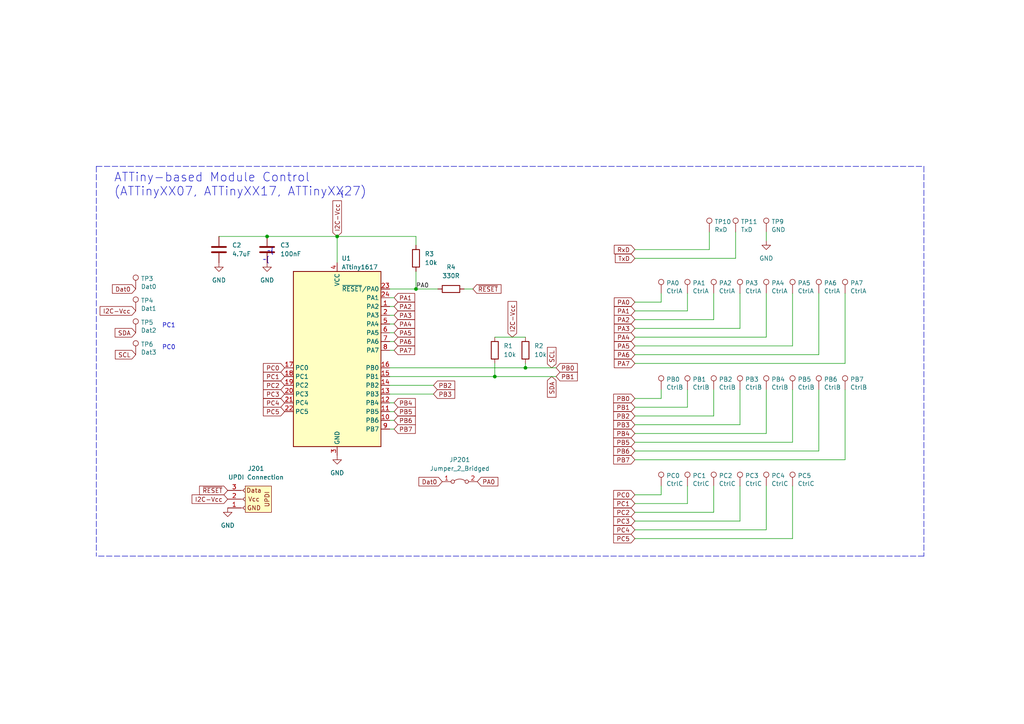
<source format=kicad_sch>
(kicad_sch (version 20211123) (generator eeschema)
  (paper "A4")
  (title_block (title "Benchtop Modular Power Strip") (date "2024-04-15") (rev "0.4.0") (company "S. A. Miller") (comment 1 "Prototype Module") (comment 2 "Blank"))
  (lib_symbols
    (symbol "Connector:TestPoint" (pin_numbers hide) (pin_names (offset 0.762) hide)
      (property "Reference" "TP" (at 0 6.858 0))
      (property "Value" "TestPoint" (at 0 5.08 0))
      (symbol "TestPoint_0_1"
        (circle (center 0 3.302) (radius 0.762))
      )
      (symbol "TestPoint_1_1"
        (pin passive line (at 0 0 90) (length 2.54) (name "1") (number "1"))
      )
    )
    (symbol "Device:C" (pin_numbers hide) (pin_names (offset 0.254))
      (property "Reference" "C" (at 0.635 2.54 0))
      (property "Value" "C" (at 0.635 -2.54 0))
      (symbol "C_0_1"
        (polyline (pts (xy -2.032 -0.762) (xy 2.032 -0.762)) (stroke (width 0.508)))
        (polyline (pts (xy -2.032 0.762) (xy 2.032 0.762)) (stroke (width 0.508)))
      )
      (symbol "C_1_1"
        (pin passive line (at 0 3.81 270) (length 2.794) (name "~") (number "1"))
        (pin passive line (at 0 -3.81 90) (length 2.794) (name "~") (number "2"))
      )
    )
    (symbol "Device:R" (pin_numbers hide) (pin_names (offset 0))
      (property "Reference" "R" (at 2.032 0 90))
      (property "Value" "R" (at 0 0 90))
      (symbol "R_0_1"
        (rectangle (start -1.016 -2.54) (end 1.016 2.54) (stroke (width 0.254)))
      )
      (symbol "R_1_1"
        (pin passive line (at 0 3.81 270) (length 1.27) (name "~") (number "1"))
        (pin passive line (at 0 -3.81 90) (length 1.27) (name "~") (number "2"))
      )
    )
    (symbol "Jumper:Jumper_2_Bridged" (pin_names (offset 0) hide)
      (property "Reference" "JP" (at 0 1.905 0))
      (property "Value" "Jumper_2_Bridged" (at 0 -2.54 0))
      (symbol "Jumper_2_Bridged_0_0"
        (circle (center -2.032 0) (radius 0.508))
        (circle (center 2.032 0) (radius 0.508))
      )
      (symbol "Jumper_2_Bridged_0_1"
        (arc (start 1.524 0.254) (mid 0 0.762) (end -1.524 0.254))
      )
      (symbol "Jumper_2_Bridged_1_1"
        (pin passive line (at -5.08 0 0) (length 2.54) (name "A") (number "1"))
        (pin passive line (at 5.08 0 180) (length 2.54) (name "B") (number "2"))
      )
    )
    (symbol "MCU_Microchip_ATtiny:ATtiny817-M"
      (property "Reference" "U" (at -12.7 26.67 0))
      (property "Value" "ATtiny817-M" (at 2.54 -26.67 0))
      (symbol "ATtiny817-M_0_1"
        (rectangle (start -12.7 -25.4) (end 12.7 25.4) (stroke (width 0.254)) (fill (type background)))
      )
      (symbol "ATtiny817-M_1_1"
        (pin bidirectional line (at 15.24 15.24 180) (length 2.54) (name "PA2") (number "1"))
        (pin bidirectional line (at 15.24 -17.78 180) (length 2.54) (name "PB6") (number "10"))
        (pin bidirectional line (at 15.24 -15.24 180) (length 2.54) (name "PB5") (number "11"))
        (pin bidirectional line (at 15.24 -12.7 180) (length 2.54) (name "PB4") (number "12"))
        (pin bidirectional line (at 15.24 -10.16 180) (length 2.54) (name "PB3") (number "13"))
        (pin bidirectional line (at 15.24 -7.62 180) (length 2.54) (name "PB2") (number "14"))
        (pin bidirectional line (at 15.24 -5.08 180) (length 2.54) (name "PB1") (number "15"))
        (pin bidirectional line (at 15.24 -2.54 180) (length 2.54) (name "PB0") (number "16"))
        (pin bidirectional line (at -15.24 -2.54 0) (length 2.54) (name "PC0") (number "17"))
        (pin bidirectional line (at -15.24 -5.08 0) (length 2.54) (name "PC1") (number "18"))
        (pin bidirectional line (at -15.24 -7.62 0) (length 2.54) (name "PC2") (number "19"))
        (pin bidirectional line (at 15.24 12.7 180) (length 2.54) (name "PA3") (number "2"))
        (pin bidirectional line (at -15.24 -10.16 0) (length 2.54) (name "PC3") (number "20"))
        (pin bidirectional line (at -15.24 -12.7 0) (length 2.54) (name "PC4") (number "21"))
        (pin bidirectional line (at -15.24 -15.24 0) (length 2.54) (name "PC5") (number "22"))
        (pin bidirectional line (at 15.24 20.32 180) (length 2.54) (name "~{RESET}/PA0") (number "23"))
        (pin bidirectional line (at 15.24 17.78 180) (length 2.54) (name "PA1") (number "24"))
        (pin passive line (at 0 -27.94 90) (length 2.54) hide (name "GND") (number "25"))
        (pin power_in line (at 0 -27.94 90) (length 2.54) (name "GND") (number "3"))
        (pin power_in line (at 0 27.94 270) (length 2.54) (name "VCC") (number "4"))
        (pin bidirectional line (at 15.24 10.16 180) (length 2.54) (name "PA4") (number "5"))
        (pin bidirectional line (at 15.24 7.62 180) (length 2.54) (name "PA5") (number "6"))
        (pin bidirectional line (at 15.24 5.08 180) (length 2.54) (name "PA6") (number "7"))
        (pin bidirectional line (at 15.24 2.54 180) (length 2.54) (name "PA7") (number "8"))
        (pin bidirectional line (at 15.24 -20.32 180) (length 2.54) (name "PB7") (number "9"))
      )
    )
    (symbol "power:GND" (power) (pin_names (offset 0))
      (property "Value" "GND" (at 0 -3.81 0))
      (symbol "GND_0_1"
        (polyline (pts (xy 0 0) (xy 0 -1.27) (xy 1.27 -1.27) (xy 0 -2.54) (xy -1.27 -1.27) (xy 0 -1.27)))
      )
      (symbol "GND_1_1"
        (pin power_in line (at 0 0 270) (length 0) hide (name "GND") (number "1"))
      )
    )
    (symbol "tinker:UPDI Connection" (pin_names (offset 1.016) hide)
      (property "Reference" "J" (at 0 5.08 0))
      (property "Value" "UPDI Connection" (at 0 -5.08 0))
      (symbol "UPDI Connection_0_0"
        (text "Data" (at 2.54 -2.54 0) (effects (font (size 1.27 1.27))))
        (text "GND" (at 2.54 2.54 0) (effects (font (size 1.27 1.27))))
        (text "UPDI" (at 6.35 0 900) (effects (font (size 1.27 1.27))))
        (text "Vcc" (at 2.54 0 0) (effects (font (size 1.27 1.27))))
      )
      (symbol "UPDI Connection_0_1"
        (rectangle (start 7.62 3.81) (end 0 -3.81) (fill (type background)))
      )
      (symbol "UPDI Connection_1_1"
        (arc (start 0 -2.032) (mid -0.508 -2.54) (end 0 -3.048) (stroke (width 0.1524)))
        (polyline (pts (xy -1.27 -2.54) (xy -0.508 -2.54)) (stroke (width 0.1524)))
        (polyline (pts (xy -1.27 0) (xy -0.508 0)) (stroke (width 0.1524)))
        (polyline (pts (xy -1.27 2.54) (xy -0.508 2.54)) (stroke (width 0.1524)))
        (arc (start 0 0.508) (mid -0.508 0) (end 0 -0.508) (stroke (width 0.1524)))
        (arc (start 0 3.048) (mid -0.508 2.54) (end 0 2.032) (stroke (width 0.1524)))
        (pin power_in line (at -5.08 2.54 0) (length 3.81) (name "Pin_1") (number "1"))
        (pin power_in line (at -5.08 0 0) (length 3.81) (name "Pin_2") (number "2"))
        (pin bidirectional line (at -5.08 -2.54 0) (length 3.81) (name "Pin_3") (number "3"))
      )
    )
  )
  (junction (at 152.4 106.68))
  (junction (at 97.79 68.58))
  (junction (at 120.65 83.82))
  (junction (at 77.47 68.58))
  (junction (at 143.51 109.22))
  (wire (pts (xy 113.03 124.46) (xy 114.3 124.46)))
  (wire (pts (xy 207.01 140.97) (xy 207.01 148.59)))
  (wire (pts (xy 199.39 90.17) (xy 199.39 85.09)))
  (wire (pts (xy 184.15 87.63) (xy 191.77 87.63)))
  (wire (pts (xy 113.03 121.92) (xy 114.3 121.92)))
  (wire (pts (xy 113.03 114.3) (xy 125.73 114.3)))
  (wire (pts (xy 229.87 140.97) (xy 229.87 156.21)))
  (wire (pts (xy 191.77 87.63) (xy 191.77 85.09)))
  (wire (pts (xy 113.03 91.44) (xy 114.3 91.44)))
  (wire (pts (xy 237.49 130.81) (xy 237.49 113.03)))
  (wire (pts (xy 237.49 102.87) (xy 237.49 85.09)))
  (wire (pts (xy 229.87 100.33) (xy 229.87 85.09)))
  (wire (pts (xy 120.65 78.74) (xy 120.65 83.82)))
  (wire (pts (xy 113.03 99.06) (xy 114.3 99.06)))
  (wire (pts (xy 97.79 68.58) (xy 97.79 76.2)))
  (wire (pts (xy 143.51 105.41) (xy 143.51 109.22)))
  (wire (pts (xy 184.15 125.73) (xy 222.25 125.73)))
  (wire (pts (xy 184.15 92.71) (xy 207.01 92.71)))
  (wire (pts (xy 191.77 143.51) (xy 191.77 140.97)))
  (wire (pts (xy 113.03 111.76) (xy 125.73 111.76)))
  (wire (pts (xy 184.15 97.79) (xy 222.25 97.79)))
  (wire (pts (xy 205.74 72.39) (xy 205.74 67.31)))
  (wire (pts (xy 77.47 68.58) (xy 97.79 68.58)))
  (wire (pts (xy 222.25 69.85) (xy 222.25 67.31)))
  (wire (pts (xy 184.15 120.65) (xy 207.01 120.65)))
  (wire (pts (xy 113.03 86.36) (xy 114.3 86.36)))
  (wire (pts (xy 191.77 115.57) (xy 191.77 113.03)))
  (wire (pts (xy 113.03 93.98) (xy 114.3 93.98)))
  (wire (pts (xy 214.63 113.03) (xy 214.63 123.19)))
  (wire (pts (xy 152.4 106.68) (xy 113.03 106.68)))
  (wire (pts (xy 184.15 115.57) (xy 191.77 115.57)))
  (wire (pts (xy 113.03 96.52) (xy 114.3 96.52)))
  (wire (pts (xy 184.15 153.67) (xy 222.25 153.67)))
  (wire (pts (xy 113.03 119.38) (xy 114.3 119.38)))
  (wire (pts (xy 184.15 74.93) (xy 213.36 74.93)))
  (wire (pts (xy 184.15 146.05) (xy 199.39 146.05)))
  (wire (pts (xy 113.03 83.82) (xy 120.65 83.82)))
  (wire (pts (xy 184.15 102.87) (xy 237.49 102.87)))
  (wire (pts (xy 184.15 156.21) (xy 229.87 156.21)))
  (wire (pts (xy 63.5 68.58) (xy 77.47 68.58)))
  (wire (pts (xy 184.15 118.11) (xy 199.39 118.11)))
  (wire (pts (xy 199.39 118.11) (xy 199.39 113.03)))
  (wire (pts (xy 184.15 95.25) (xy 214.63 95.25)))
  (wire (pts (xy 184.15 143.51) (xy 191.77 143.51)))
  (polyline (pts (xy 27.94 48.26) (xy 267.97 48.26)))
  (wire (pts (xy 184.15 123.19) (xy 214.63 123.19)))
  (wire (pts (xy 229.87 128.27) (xy 229.87 113.03)))
  (wire (pts (xy 120.65 68.58) (xy 120.65 71.12)))
  (polyline (pts (xy 27.94 48.26) (xy 27.94 161.29)))
  (wire (pts (xy 184.15 133.35) (xy 245.11 133.35)))
  (wire (pts (xy 120.65 83.82) (xy 127 83.82)))
  (wire (pts (xy 184.15 90.17) (xy 199.39 90.17)))
  (wire (pts (xy 184.15 100.33) (xy 229.87 100.33)))
  (polyline (pts (xy 267.97 48.26) (xy 267.97 161.29)))
  (wire (pts (xy 97.79 68.58) (xy 120.65 68.58)))
  (wire (pts (xy 222.25 85.09) (xy 222.25 97.79)))
  (wire (pts (xy 207.01 120.65) (xy 207.01 113.03)))
  (wire (pts (xy 199.39 146.05) (xy 199.39 140.97)))
  (wire (pts (xy 245.11 133.35) (xy 245.11 113.03)))
  (wire (pts (xy 143.51 97.79) (xy 152.4 97.79)))
  (wire (pts (xy 214.63 95.25) (xy 214.63 85.09)))
  (wire (pts (xy 184.15 130.81) (xy 237.49 130.81)))
  (wire (pts (xy 222.25 140.97) (xy 222.25 153.67)))
  (wire (pts (xy 184.15 72.39) (xy 205.74 72.39)))
  (wire (pts (xy 184.15 151.13) (xy 214.63 151.13)))
  (wire (pts (xy 113.03 101.6) (xy 114.3 101.6)))
  (wire (pts (xy 213.36 74.93) (xy 213.36 67.31)))
  (wire (pts (xy 134.62 83.82) (xy 137.16 83.82)))
  (wire (pts (xy 143.51 109.22) (xy 113.03 109.22)))
  (polyline (pts (xy 267.97 161.29) (xy 27.94 161.29)))
  (wire (pts (xy 184.15 148.59) (xy 207.01 148.59)))
  (wire (pts (xy 152.4 105.41) (xy 152.4 106.68)))
  (wire (pts (xy 222.25 125.73) (xy 222.25 113.03)))
  (wire (pts (xy 245.11 105.41) (xy 245.11 85.09)))
  (wire (pts (xy 207.01 92.71) (xy 207.01 85.09)))
  (wire (pts (xy 214.63 140.97) (xy 214.63 151.13)))
  (wire (pts (xy 113.03 88.9) (xy 114.3 88.9)))
  (wire (pts (xy 161.29 109.22) (xy 143.51 109.22)))
  (wire (pts (xy 113.03 116.84) (xy 114.3 116.84)))
  (wire (pts (xy 184.15 105.41) (xy 245.11 105.41)))
  (wire (pts (xy 184.15 128.27) (xy 229.87 128.27)))
  (wire (pts (xy 161.29 106.68) (xy 152.4 106.68)))
  (text "~{" (at 77.47 73.66 0) (effects (font (size 1.27 1.27)) (justify left bottom)))
  (text "PC0" (at 46.99 101.6 0) (effects (font (size 1.27 1.27)) (justify left bottom)))
  (text "~{" (at 76.2 76.2 0) (effects (font (size 1.27 1.27)) (justify left bottom)))
  (text "ATTiny-based Module Control\n(ATTinyXX07, ATTinyXX17, ATTinyXX27)" (at 33.02 57.15 0) (effects (font (size 2.54 2.54)) (justify left bottom)))
  (text "PC1" (at 46.99 95.25 0) (effects (font (size 1.27 1.27)) (justify left bottom)))
  (text "~{" (at 97.79 57.15 0) (effects (font (size 1.27 1.27)) (justify left bottom)))
  (label "PA0" (at 120.65 83.82 0))
  (global_label "RxD" (shape input) (at 184.15 72.39 180) (property "Intersheet References" "${INTERSHEET_REFS}" (effects hide)))
  (global_label "PB6" (shape input) (at 114.3 121.92 0) (property "Intersheet References" "${INTERSHEET_REFS}" (effects hide)))
  (global_label "I2C-Vcc" (shape input) (at 97.79 68.58 90) (property "Intersheet References" "${INTERSHEET_REFS}" (effects hide)))
  (global_label "PB1" (shape input) (at 184.15 118.11 180) (property "Intersheet References" "${INTERSHEET_REFS}" (effects hide)))
  (global_label "PB4" (shape input) (at 184.15 125.73 180) (property "Intersheet References" "${INTERSHEET_REFS}" (effects hide)))
  (global_label "SCL" (shape input) (at 160.02 106.68 90) (property "Intersheet References" "${INTERSHEET_REFS}" (effects hide)))
  (global_label "PA4" (shape input) (at 184.15 97.79 180) (property "Intersheet References" "${INTERSHEET_REFS}" (effects hide)))
  (global_label "TxD" (shape input) (at 184.15 74.93 180) (property "Intersheet References" "${INTERSHEET_REFS}" (effects hide)))
  (global_label "PA0" (shape input) (at 184.15 87.63 180) (property "Intersheet References" "${INTERSHEET_REFS}" (effects hide)))
  (global_label "PB0" (shape input) (at 184.15 115.57 180) (property "Intersheet References" "${INTERSHEET_REFS}" (effects hide)))
  (global_label "SDA" (shape input) (at 160.02 109.22 270) (property "Intersheet References" "${INTERSHEET_REFS}" (effects hide)))
  (global_label "PC3" (shape input) (at 184.15 151.13 180) (property "Intersheet References" "${INTERSHEET_REFS}" (effects hide)))
  (global_label "PA2" (shape input) (at 114.3 88.9 0) (property "Intersheet References" "${INTERSHEET_REFS}" (effects hide)))
  (global_label "PC4" (shape input) (at 184.15 153.67 180) (property "Intersheet References" "${INTERSHEET_REFS}" (effects hide)))
  (global_label "PA2" (shape input) (at 184.15 92.71 180) (property "Intersheet References" "${INTERSHEET_REFS}" (effects hide)))
  (global_label "PA0" (shape input) (at 138.43 139.7 0) (property "Intersheet References" "${INTERSHEET_REFS}" (effects hide)))
  (global_label "PA6" (shape input) (at 114.3 99.06 0) (property "Intersheet References" "${INTERSHEET_REFS}" (effects hide)))
  (global_label "PB3" (shape input) (at 184.15 123.19 180) (property "Intersheet References" "${INTERSHEET_REFS}" (effects hide)))
  (global_label "SDA" (shape input) (at 39.37 96.52 180) (property "Intersheet References" "${INTERSHEET_REFS}" (effects hide)))
  (global_label "PB6" (shape input) (at 184.15 130.81 180) (property "Intersheet References" "${INTERSHEET_REFS}" (effects hide)))
  (global_label "PA5" (shape input) (at 184.15 100.33 180) (property "Intersheet References" "${INTERSHEET_REFS}" (effects hide)))
  (global_label "PC3" (shape input) (at 82.55 114.3 180) (property "Intersheet References" "${INTERSHEET_REFS}" (effects hide)))
  (global_label "PC2" (shape input) (at 184.15 148.59 180) (property "Intersheet References" "${INTERSHEET_REFS}" (effects hide)))
  (global_label "PA4" (shape input) (at 114.3 93.98 0) (property "Intersheet References" "${INTERSHEET_REFS}" (effects hide)))
  (global_label "PB5" (shape input) (at 184.15 128.27 180) (property "Intersheet References" "${INTERSHEET_REFS}" (effects hide)))
  (global_label "PC0" (shape input) (at 184.15 143.51 180) (property "Intersheet References" "${INTERSHEET_REFS}" (effects hide)))
  (global_label "PA3" (shape input) (at 184.15 95.25 180) (property "Intersheet References" "${INTERSHEET_REFS}" (effects hide)))
  (global_label "PB5" (shape input) (at 114.3 119.38 0) (property "Intersheet References" "${INTERSHEET_REFS}" (effects hide)))
  (global_label "PB1" (shape input) (at 161.29 109.22 0) (property "Intersheet References" "${INTERSHEET_REFS}" (effects hide)))
  (global_label "I2C-Vcc" (shape input) (at 66.04 144.78 180) (property "Intersheet References" "${INTERSHEET_REFS}" (effects hide)))
  (global_label "PC1" (shape input) (at 82.55 109.22 180) (property "Intersheet References" "${INTERSHEET_REFS}" (effects hide)))
  (global_label "PA1" (shape input) (at 184.15 90.17 180) (property "Intersheet References" "${INTERSHEET_REFS}" (effects hide)))
  (global_label "PB2" (shape input) (at 125.73 111.76 0) (property "Intersheet References" "${INTERSHEET_REFS}" (effects hide)))
  (global_label "PA7" (shape input) (at 184.15 105.41 180) (property "Intersheet References" "${INTERSHEET_REFS}" (effects hide)))
  (global_label "PA3" (shape input) (at 114.3 91.44 0) (property "Intersheet References" "${INTERSHEET_REFS}" (effects hide)))
  (global_label "PB2" (shape input) (at 184.15 120.65 180) (property "Intersheet References" "${INTERSHEET_REFS}" (effects hide)))
  (global_label "PC5" (shape input) (at 82.55 119.38 180) (property "Intersheet References" "${INTERSHEET_REFS}" (effects hide)))
  (global_label "~{RESET}" (shape input) (at 137.16 83.82 0) (property "Intersheet References" "${INTERSHEET_REFS}" (effects hide)))
  (global_label "PA6" (shape input) (at 184.15 102.87 180) (property "Intersheet References" "${INTERSHEET_REFS}" (effects hide)))
  (global_label "PC5" (shape input) (at 184.15 156.21 180) (property "Intersheet References" "${INTERSHEET_REFS}" (effects hide)))
  (global_label "Dat0" (shape input) (at 39.37 83.82 180) (property "Intersheet References" "${INTERSHEET_REFS}" (effects hide)))
  (global_label "PB7" (shape input) (at 184.15 133.35 180) (property "Intersheet References" "${INTERSHEET_REFS}" (effects hide)))
  (global_label "PB3" (shape input) (at 125.73 114.3 0) (property "Intersheet References" "${INTERSHEET_REFS}" (effects hide)))
  (global_label "PC4" (shape input) (at 82.55 116.84 180) (property "Intersheet References" "${INTERSHEET_REFS}" (effects hide)))
  (global_label "SCL" (shape input) (at 39.37 102.87 180) (property "Intersheet References" "${INTERSHEET_REFS}" (effects hide)))
  (global_label "PB7" (shape input) (at 114.3 124.46 0) (property "Intersheet References" "${INTERSHEET_REFS}" (effects hide)))
  (global_label "PC0" (shape input) (at 82.55 106.68 180) (property "Intersheet References" "${INTERSHEET_REFS}" (effects hide)))
  (global_label "PC1" (shape input) (at 184.15 146.05 180) (property "Intersheet References" "${INTERSHEET_REFS}" (effects hide)))
  (global_label "PA1" (shape input) (at 114.3 86.36 0) (property "Intersheet References" "${INTERSHEET_REFS}" (effects hide)))
  (global_label "PC2" (shape input) (at 82.55 111.76 180) (property "Intersheet References" "${INTERSHEET_REFS}" (effects hide)))
  (global_label "I2C-Vcc" (shape input) (at 148.59 97.79 90) (property "Intersheet References" "${INTERSHEET_REFS}" (effects hide)))
  (global_label "PA5" (shape input) (at 114.3 96.52 0) (property "Intersheet References" "${INTERSHEET_REFS}" (effects hide)))
  (global_label "PB4" (shape input) (at 114.3 116.84 0) (property "Intersheet References" "${INTERSHEET_REFS}" (effects hide)))
  (global_label "I2C-Vcc" (shape input) (at 39.37 90.17 180) (property "Intersheet References" "${INTERSHEET_REFS}" (effects hide)))
  (global_label "~{RESET}" (shape input) (at 66.04 142.24 180) (property "Intersheet References" "${INTERSHEET_REFS}" (effects hide)))
  (global_label "PB0" (shape input) (at 161.29 106.68 0) (property "Intersheet References" "${INTERSHEET_REFS}" (effects hide)))
  (global_label "PA7" (shape input) (at 114.3 101.6 0) (property "Intersheet References" "${INTERSHEET_REFS}" (effects hide)))
  (global_label "Dat0" (shape input) (at 128.27 139.7 180) (property "Intersheet References" "${INTERSHEET_REFS}" (effects hide)))
  (symbol (lib_id "Connector:TestPoint") (at 39.37 83.82 0) (unit 1) (in_bom no)
    (property "Reference" "TP3" (at 40.8432 80.8228 0) (effects (justify left)))
    (property "Value" "Dat0" (at 40.8432 83.1342 0) (effects (justify left)))
    (property "Footprint" "tinker:TestPoint_THTPad_D1.0mm_Drill0.5mm" (effects hide))
  )
  (symbol (lib_id "Connector:TestPoint") (at 39.37 102.87 0) (unit 1) (in_bom no)
    (property "Reference" "TP6" (at 40.8432 99.8728 0) (effects (justify left)))
    (property "Value" "Dat3" (at 40.8432 102.1842 0) (effects (justify left)))
    (property "Footprint" "tinker:TestPoint_THTPad_D1.0mm_Drill0.5mm" (effects hide))
  )
  (symbol (lib_id "Connector:TestPoint") (at 214.63 140.97 0) (unit 1) (in_bom no)
    (property "Reference" "PC3" (at 216.1032 137.9728 0) (effects (justify left)))
    (property "Value" "CtrlC" (at 216.1032 140.2842 0) (effects (justify left)))
    (property "Footprint" "tinker:TestPoint_THTPad_D1.0mm_Drill0.5mm" (effects hide))
  )
  (symbol (lib_id "Connector:TestPoint") (at 214.63 113.03 0) (unit 1) (in_bom no)
    (property "Reference" "PB3" (at 216.1032 110.0328 0) (effects (justify left)))
    (property "Value" "CtrlB" (at 216.1032 112.3442 0) (effects (justify left)))
    (property "Footprint" "tinker:TestPoint_THTPad_D1.0mm_Drill0.5mm" (effects hide))
  )
  (symbol (lib_id "Connector:TestPoint") (at 199.39 85.09 0) (unit 1) (in_bom no)
    (property "Reference" "PA1" (at 200.8632 82.0928 0) (effects (justify left)))
    (property "Value" "CtrlA" (at 200.8632 84.4042 0) (effects (justify left)))
    (property "Footprint" "tinker:TestPoint_THTPad_D1.0mm_Drill0.5mm" (effects hide))
  )
  (symbol (lib_id "tinker:UPDI Connection") (at 71.12 144.78 0) (mirror x) (unit 1)
    (property "Reference" "J201" (at 74.2569 135.89 0))
    (property "Value" "UPDI Connection" (at 74.2569 138.43 0))
    (property "Footprint" "tinker:UPDI_connection" (effects hide))
  )
  (symbol (lib_id "Connector:TestPoint") (at 222.25 67.31 0) (unit 1) (in_bom no) (on_board no)
    (property "Reference" "TP9" (at 223.7232 64.3128 0) (effects (justify left)))
    (property "Value" "GND" (at 223.7232 66.6242 0) (effects (justify left)))
    (property "Footprint" "tinker:TestPoint_THTPad_D1.0mm_Drill0.5mm" (effects hide))
  )
  (symbol (lib_id "Device:R") (at 120.65 74.93 0) (unit 1)
    (property "Reference" "R3" (at 123.19 73.6599 0) (effects (justify left)))
    (property "Value" "10k" (at 123.19 76.1999 0) (effects (justify left)))
    (property "Footprint" "Resistor_SMD:R_0603_1608Metric" (effects hide))
    (property "LCSC" "C25804" (effects hide))
  )
  (symbol (lib_id "Connector:TestPoint") (at 205.74 67.31 0) (unit 1) (in_bom no) (on_board no)
    (property "Reference" "TP10" (at 207.2132 64.3128 0) (effects (justify left)))
    (property "Value" "RxD" (at 207.2132 66.6242 0) (effects (justify left)))
    (property "Footprint" "tinker:TestPoint_THTPad_D1.0mm_Drill0.5mm" (effects hide))
  )
  (symbol (lib_id "Connector:TestPoint") (at 191.77 140.97 0) (unit 1) (in_bom no)
    (property "Reference" "PC0" (at 193.2432 137.9728 0) (effects (justify left)))
    (property "Value" "CtrlC" (at 193.2432 140.2842 0) (effects (justify left)))
    (property "Footprint" "tinker:TestPoint_THTPad_D1.0mm_Drill0.5mm" (effects hide))
  )
  (symbol (lib_id "Connector:TestPoint") (at 39.37 96.52 0) (unit 1) (in_bom no)
    (property "Reference" "TP5" (at 40.8432 93.5228 0) (effects (justify left)))
    (property "Value" "Dat2" (at 40.8432 95.8342 0) (effects (justify left)))
    (property "Footprint" "tinker:TestPoint_THTPad_D1.0mm_Drill0.5mm" (effects hide))
  )
  (symbol (lib_id "Connector:TestPoint") (at 229.87 85.09 0) (unit 1) (in_bom no)
    (property "Reference" "PA5" (at 231.3432 82.0928 0) (effects (justify left)))
    (property "Value" "CtrlA" (at 231.3432 84.4042 0) (effects (justify left)))
    (property "Footprint" "tinker:TestPoint_THTPad_D1.0mm_Drill0.5mm" (effects hide))
  )
  (symbol (lib_id "Connector:TestPoint") (at 245.11 85.09 0) (unit 1) (in_bom no)
    (property "Reference" "PA7" (at 246.5832 82.0928 0) (effects (justify left)))
    (property "Value" "CtrlA" (at 246.5832 84.4042 0) (effects (justify left)))
    (property "Footprint" "tinker:TestPoint_THTPad_D1.0mm_Drill0.5mm" (effects hide))
  )
  (symbol (lib_id "Connector:TestPoint") (at 214.63 85.09 0) (unit 1) (in_bom no)
    (property "Reference" "PA3" (at 216.1032 82.0928 0) (effects (justify left)))
    (property "Value" "CtrlA" (at 216.1032 84.4042 0) (effects (justify left)))
    (property "Footprint" "tinker:TestPoint_THTPad_D1.0mm_Drill0.5mm" (effects hide))
  )
  (symbol (lib_id "Connector:TestPoint") (at 222.25 85.09 0) (unit 1) (in_bom no)
    (property "Reference" "PA4" (at 223.7232 82.0928 0) (effects (justify left)))
    (property "Value" "CtrlA" (at 223.7232 84.4042 0) (effects (justify left)))
    (property "Footprint" "tinker:TestPoint_THTPad_D1.0mm_Drill0.5mm" (effects hide))
  )
  (symbol (lib_id "power:GND") (at 97.79 132.08 0) (unit 1)
    (property "Reference" "#PWR0103" (effects hide))
    (property "Value" "GND" (at 97.79 137.16 0))
  )
  (symbol (lib_id "Connector:TestPoint") (at 191.77 113.03 0) (unit 1) (in_bom no)
    (property "Reference" "PB0" (at 193.2432 110.0328 0) (effects (justify left)))
    (property "Value" "CtrlB" (at 193.2432 112.3442 0) (effects (justify left)))
    (property "Footprint" "tinker:TestPoint_THTPad_D1.0mm_Drill0.5mm" (effects hide))
  )
  (symbol (lib_id "Connector:TestPoint") (at 207.01 113.03 0) (unit 1) (in_bom no)
    (property "Reference" "PB2" (at 208.4832 110.0328 0) (effects (justify left)))
    (property "Value" "CtrlB" (at 208.4832 112.3442 0) (effects (justify left)))
    (property "Footprint" "tinker:TestPoint_THTPad_D1.0mm_Drill0.5mm" (effects hide))
  )
  (symbol (lib_id "power:GND") (at 66.04 147.32 0) (unit 1)
    (property "Reference" "#PWR0104" (effects hide))
    (property "Value" "GND" (at 66.04 152.4 0))
  )
  (symbol (lib_id "Connector:TestPoint") (at 199.39 140.97 0) (unit 1) (in_bom no)
    (property "Reference" "PC1" (at 200.8632 137.9728 0) (effects (justify left)))
    (property "Value" "CtrlC" (at 200.8632 140.2842 0) (effects (justify left)))
    (property "Footprint" "tinker:TestPoint_THTPad_D1.0mm_Drill0.5mm" (effects hide))
  )
  (symbol (lib_id "Jumper:Jumper_2_Bridged") (at 133.35 139.7 0) (unit 1)
    (property "Reference" "JP201" (at 133.35 133.35 0))
    (property "Value" "Jumper_2_Bridged" (at 133.35 135.89 0))
    (property "Footprint" "tinker:tinySJ-Bridged" (effects hide))
  )
  (symbol (lib_id "Connector:TestPoint") (at 191.77 85.09 0) (unit 1) (in_bom no)
    (property "Reference" "PA0" (at 193.2432 82.0928 0) (effects (justify left)))
    (property "Value" "CtrlA" (at 193.2432 84.4042 0) (effects (justify left)))
    (property "Footprint" "tinker:TestPoint_THTPad_D1.0mm_Drill0.5mm" (effects hide))
  )
  (symbol (lib_id "Connector:TestPoint") (at 222.25 140.97 0) (unit 1) (in_bom no)
    (property "Reference" "PC4" (at 223.7232 137.9728 0) (effects (justify left)))
    (property "Value" "CtrlC" (at 223.7232 140.2842 0) (effects (justify left)))
    (property "Footprint" "tinker:TestPoint_THTPad_D1.0mm_Drill0.5mm" (effects hide))
  )
  (symbol (lib_id "Connector:TestPoint") (at 237.49 113.03 0) (unit 1) (in_bom no)
    (property "Reference" "PB6" (at 238.9632 110.0328 0) (effects (justify left)))
    (property "Value" "CtrlB" (at 238.9632 112.3442 0) (effects (justify left)))
    (property "Footprint" "tinker:TestPoint_THTPad_D1.0mm_Drill0.5mm" (effects hide))
  )
  (symbol (lib_id "Connector:TestPoint") (at 229.87 113.03 0) (unit 1) (in_bom no)
    (property "Reference" "PB5" (at 231.3432 110.0328 0) (effects (justify left)))
    (property "Value" "CtrlB" (at 231.3432 112.3442 0) (effects (justify left)))
    (property "Footprint" "tinker:TestPoint_THTPad_D1.0mm_Drill0.5mm" (effects hide))
  )
  (symbol (lib_id "Connector:TestPoint") (at 245.11 113.03 0) (unit 1) (in_bom no)
    (property "Reference" "PB7" (at 246.5832 110.0328 0) (effects (justify left)))
    (property "Value" "CtrlB" (at 246.5832 112.3442 0) (effects (justify left)))
    (property "Footprint" "tinker:TestPoint_THTPad_D1.0mm_Drill0.5mm" (effects hide))
  )
  (symbol (lib_id "Connector:TestPoint") (at 237.49 85.09 0) (unit 1) (in_bom no)
    (property "Reference" "PA6" (at 238.9632 82.0928 0) (effects (justify left)))
    (property "Value" "CtrlA" (at 238.9632 84.4042 0) (effects (justify left)))
    (property "Footprint" "tinker:TestPoint_THTPad_D1.0mm_Drill0.5mm" (effects hide))
  )
  (symbol (lib_id "MCU_Microchip_ATtiny:ATtiny817-M") (at 97.79 104.14 0) (unit 1)
    (property "Reference" "U1" (at 99.06 74.93 0) (effects (justify left)))
    (property "Value" "ATtiny1617" (at 99.06 77.47 0) (effects (justify left)))
    (property "Footprint" "Package_DFN_QFN:QFN-24-1EP_4x4mm_P0.5mm_EP2.6x2.6mm" (effects hide))
    (property "Datasheet" "http://ww1.microchip.com/downloads/en/DeviceDoc/40001901B.pdf" (effects hide))
    (property "LCSC" "C1340514" (effects hide))
  )
  (symbol (lib_id "Connector:TestPoint") (at 222.25 113.03 0) (unit 1) (in_bom no)
    (property "Reference" "PB4" (at 223.7232 110.0328 0) (effects (justify left)))
    (property "Value" "CtrlB" (at 223.7232 112.3442 0) (effects (justify left)))
    (property "Footprint" "tinker:TestPoint_THTPad_D1.0mm_Drill0.5mm" (effects hide))
  )
  (symbol (lib_id "power:GND") (at 63.5 76.2 0) (unit 1)
    (property "Reference" "#PWR0102" (effects hide))
    (property "Value" "GND" (at 63.5 81.28 0))
  )
  (symbol (lib_id "power:GND") (at 77.47 76.2 0) (unit 1)
    (property "Reference" "#PWR0101" (effects hide))
    (property "Value" "GND" (at 77.47 81.28 0))
  )
  (symbol (lib_id "Connector:TestPoint") (at 199.39 113.03 0) (unit 1) (in_bom no)
    (property "Reference" "PB1" (at 200.8632 110.0328 0) (effects (justify left)))
    (property "Value" "CtrlB" (at 200.8632 112.3442 0) (effects (justify left)))
    (property "Footprint" "tinker:TestPoint_THTPad_D1.0mm_Drill0.5mm" (effects hide))
  )
  (symbol (lib_id "Connector:TestPoint") (at 207.01 140.97 0) (unit 1) (in_bom no)
    (property "Reference" "PC2" (at 208.4832 137.9728 0) (effects (justify left)))
    (property "Value" "CtrlC" (at 208.4832 140.2842 0) (effects (justify left)))
    (property "Footprint" "tinker:TestPoint_THTPad_D1.0mm_Drill0.5mm" (effects hide))
  )
  (symbol (lib_id "Connector:TestPoint") (at 39.37 90.17 0) (unit 1) (in_bom no)
    (property "Reference" "TP4" (at 40.8432 87.1728 0) (effects (justify left)))
    (property "Value" "Dat1" (at 40.8432 89.4842 0) (effects (justify left)))
    (property "Footprint" "tinker:TestPoint_THTPad_D1.0mm_Drill0.5mm" (effects hide))
  )
  (symbol (lib_id "Device:C") (at 63.5 72.39 0) (unit 1)
    (property "Reference" "C2" (at 67.31 71.1199 0) (effects (justify left)))
    (property "Value" "4.7uF" (at 67.31 73.6599 0) (effects (justify left)))
    (property "Footprint" "Capacitor_SMD:C_0805_2012Metric" (effects hide))
    (property "LCSC" "C107153" (effects hide))
  )
  (symbol (lib_id "Device:R") (at 152.4 101.6 0) (unit 1)
    (property "Reference" "R2" (at 154.94 100.3299 0) (effects (justify left)))
    (property "Value" "10k" (at 154.94 102.8699 0) (effects (justify left)))
    (property "Footprint" "Resistor_SMD:R_0603_1608Metric" (effects hide))
    (property "LCSC" "C25804" (effects hide))
  )
  (symbol (lib_id "Connector:TestPoint") (at 229.87 140.97 0) (unit 1) (in_bom no)
    (property "Reference" "PC5" (at 231.3432 137.9728 0) (effects (justify left)))
    (property "Value" "CtrlC" (at 231.3432 140.2842 0) (effects (justify left)))
    (property "Footprint" "tinker:TestPoint_THTPad_D1.0mm_Drill0.5mm" (effects hide))
  )
  (symbol (lib_id "Device:C") (at 77.47 72.39 0) (unit 1)
    (property "Reference" "C3" (at 81.28 71.1199 0) (effects (justify left)))
    (property "Value" "100nF" (at 81.28 73.6599 0) (effects (justify left)))
    (property "Footprint" "Capacitor_SMD:C_0603_1608Metric" (effects hide))
    (property "LCSC" "C14663" (effects hide))
  )
  (symbol (lib_id "Connector:TestPoint") (at 207.01 85.09 0) (unit 1) (in_bom no)
    (property "Reference" "PA2" (at 208.4832 82.0928 0) (effects (justify left)))
    (property "Value" "CtrlA" (at 208.4832 84.4042 0) (effects (justify left)))
    (property "Footprint" "tinker:TestPoint_THTPad_D1.0mm_Drill0.5mm" (effects hide))
  )
  (symbol (lib_id "Connector:TestPoint") (at 213.36 67.31 0) (unit 1) (in_bom no) (on_board no)
    (property "Reference" "TP11" (at 214.8332 64.3128 0) (effects (justify left)))
    (property "Value" "TxD" (at 214.8332 66.6242 0) (effects (justify left)))
    (property "Footprint" "tinker:TestPoint_THTPad_D1.0mm_Drill0.5mm" (effects hide))
  )
  (symbol (lib_id "power:GND") (at 222.25 69.85 0) (unit 1)
    (property "Reference" "#PWR0106" (effects hide))
    (property "Value" "GND" (at 222.25 74.93 0))
  )
  (symbol (lib_id "Device:R") (at 130.81 83.82 90) (unit 1)
    (property "Reference" "R4" (at 130.81 77.47 90))
    (property "Value" "330R" (at 130.81 80.01 90))
    (property "Footprint" "Resistor_SMD:R_0603_1608Metric" (effects hide))
    (property "LCSC" "C23138" (effects hide))
  )
  (symbol (lib_id "Device:R") (at 143.51 101.6 0) (unit 1)
    (property "Reference" "R1" (at 146.05 100.3299 0) (effects (justify left)))
    (property "Value" "10k" (at 146.05 102.8699 0) (effects (justify left)))
    (property "Footprint" "Resistor_SMD:R_0603_1608Metric" (effects hide))
    (property "LCSC" "C25804" (effects hide))
  )
)
</source>
